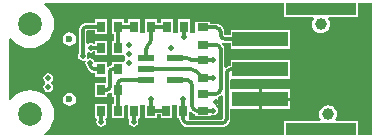
<source format=gtl>
G04*
G04 #@! TF.GenerationSoftware,Altium Limited,Altium Designer,18.1.7 (191)*
G04*
G04 Layer_Physical_Order=1*
G04 Layer_Color=255*
%FSLAX24Y24*%
%MOIN*%
G70*
G01*
G75*
%ADD10C,0.0100*%
%ADD22C,0.0236*%
%ADD23C,0.0394*%
%ADD25C,0.0120*%
%ADD26R,0.0374X0.0276*%
%ADD27R,0.0276X0.0374*%
%ADD28R,0.0354X0.0264*%
%ADD29R,0.0264X0.0354*%
%ADD30R,0.0580X0.0220*%
%ADD31R,0.2362X0.0433*%
%ADD32R,0.1850X0.0512*%
%ADD33C,0.0787*%
%ADD34C,0.0200*%
G36*
X22300Y10700D02*
X21836D01*
Y11177D01*
X21097D01*
X21073Y11227D01*
X21091Y11250D01*
X21121Y11323D01*
X21131Y11400D01*
X21121Y11477D01*
X21091Y11550D01*
X21043Y11612D01*
X20981Y11659D01*
X20909Y11689D01*
X20831Y11699D01*
X20754Y11689D01*
X20682Y11659D01*
X20620Y11612D01*
X20572Y11550D01*
X20542Y11477D01*
X20532Y11400D01*
X20542Y11323D01*
X20572Y11250D01*
X20590Y11227D01*
X20566Y11177D01*
X19354D01*
Y10700D01*
X11387D01*
X11369Y10750D01*
X11468Y10832D01*
X11568Y10953D01*
X11643Y11092D01*
X11688Y11243D01*
X11704Y11400D01*
X11688Y11557D01*
X11643Y11708D01*
X11568Y11847D01*
X11468Y11968D01*
X11347Y12068D01*
X11208Y12143D01*
X11057Y12188D01*
X10900Y12204D01*
X10743Y12188D01*
X10592Y12143D01*
X10453Y12068D01*
X10332Y11968D01*
X10250Y11869D01*
X10200Y11887D01*
Y13913D01*
X10250Y13931D01*
X10332Y13832D01*
X10453Y13732D01*
X10592Y13657D01*
X10743Y13612D01*
X10900Y13596D01*
X11057Y13612D01*
X11208Y13657D01*
X11347Y13732D01*
X11468Y13832D01*
X11568Y13953D01*
X11643Y14092D01*
X11688Y14243D01*
X11704Y14400D01*
X11688Y14557D01*
X11643Y14708D01*
X11568Y14847D01*
X11468Y14968D01*
X11369Y15050D01*
X11387Y15100D01*
X19354D01*
Y14623D01*
X20330D01*
X20354Y14573D01*
X20336Y14550D01*
X20306Y14477D01*
X20296Y14400D01*
X20306Y14323D01*
X20336Y14250D01*
X20384Y14188D01*
X20446Y14141D01*
X20518Y14111D01*
X20595Y14101D01*
X20673Y14111D01*
X20745Y14141D01*
X20807Y14188D01*
X20855Y14250D01*
X20884Y14323D01*
X20895Y14400D01*
X20884Y14477D01*
X20855Y14550D01*
X20836Y14573D01*
X20861Y14623D01*
X21836D01*
Y15100D01*
X22300D01*
Y10700D01*
D02*
G37*
%LPC*%
G36*
X15138Y14567D02*
X14743D01*
Y14100D01*
X14557D01*
Y14567D01*
X14162D01*
Y14442D01*
X14022D01*
Y14557D01*
X13639D01*
Y14082D01*
X13708D01*
Y13851D01*
X13639D01*
Y13376D01*
X13994D01*
X14022Y13376D01*
X14049Y13338D01*
X14050Y13336D01*
Y13192D01*
X14038Y13147D01*
X13643D01*
Y13023D01*
X13564Y13007D01*
X13507Y12969D01*
X13457Y12991D01*
Y13147D01*
X13062D01*
X13035Y13186D01*
X13015Y13215D01*
X12962Y13251D01*
X12900Y13263D01*
X12838Y13251D01*
X12835Y13249D01*
X12799Y13285D01*
X12801Y13288D01*
X12813Y13350D01*
X12801Y13412D01*
X12800Y13413D01*
X12805Y13434D01*
X12851Y13463D01*
X12914Y13450D01*
X12976Y13463D01*
X13018Y13491D01*
X13078D01*
Y13376D01*
X13461D01*
Y13851D01*
X13078D01*
Y13736D01*
X13018D01*
X12976Y13764D01*
X12914Y13777D01*
X12851Y13764D01*
X12822Y13745D01*
X12772Y13772D01*
Y14169D01*
X12773D01*
X12781Y14189D01*
X12800Y14197D01*
Y14197D01*
X13078D01*
Y14082D01*
X13461D01*
Y14557D01*
X13078D01*
Y14442D01*
X12800D01*
X12800Y14442D01*
X12730Y14433D01*
X12664Y14405D01*
X12607Y14362D01*
X12564Y14306D01*
X12537Y14240D01*
X12528Y14170D01*
X12528Y14169D01*
Y13455D01*
X12499Y13412D01*
X12487Y13350D01*
X12499Y13288D01*
X12535Y13235D01*
X12588Y13199D01*
X12650Y13187D01*
X12712Y13199D01*
X12715Y13201D01*
X12751Y13165D01*
X12749Y13162D01*
X12737Y13100D01*
X12749Y13038D01*
X12785Y12985D01*
X12786Y12983D01*
X12787Y12980D01*
X12814Y12914D01*
X12857Y12857D01*
X12914Y12814D01*
X12980Y12787D01*
X13050Y12778D01*
X13050Y12778D01*
X13062D01*
Y12653D01*
X13428D01*
Y12441D01*
X13078D01*
Y11967D01*
X13461D01*
Y12082D01*
X13536Y12097D01*
X13589Y12132D01*
X13639Y12107D01*
Y11967D01*
X13708D01*
Y11751D01*
X13639D01*
Y11276D01*
X14022D01*
Y11661D01*
X14050Y11700D01*
X14162D01*
Y11272D01*
X14179D01*
X14206Y11222D01*
X14199Y11212D01*
X14187Y11150D01*
X14199Y11088D01*
X14235Y11035D01*
X14288Y10999D01*
X14350Y10987D01*
X14412Y10999D01*
X14465Y11035D01*
X14501Y11088D01*
X14513Y11150D01*
X14501Y11212D01*
X14494Y11222D01*
X14521Y11272D01*
X14557D01*
Y11700D01*
X14743D01*
Y11272D01*
X15138D01*
Y11397D01*
X15248D01*
Y11273D01*
X15631D01*
Y11700D01*
X15809D01*
Y11273D01*
X15878D01*
Y11250D01*
X15878Y11250D01*
X15887Y11180D01*
X15915Y11114D01*
X15958Y11057D01*
X16014Y11014D01*
X16080Y10987D01*
X16150Y10978D01*
X16151Y10978D01*
X17300D01*
X17300Y10978D01*
X17370Y10987D01*
X17436Y11014D01*
X17493Y11057D01*
X17536Y11114D01*
X17563Y11180D01*
X17572Y11250D01*
X17572Y11250D01*
Y11524D01*
X17573Y11574D01*
X17622Y11574D01*
X18518D01*
Y11900D01*
Y12226D01*
X17622D01*
X17573Y12226D01*
X17572Y12276D01*
Y12538D01*
X17583Y12584D01*
X19553D01*
Y13216D01*
X17583D01*
Y13020D01*
X17530Y13013D01*
X17464Y12986D01*
X17422Y12954D01*
X17372Y12974D01*
Y13560D01*
X17372Y13560D01*
X17363Y13630D01*
X17336Y13696D01*
X17293Y13752D01*
X17291Y13753D01*
X17316Y13797D01*
X17330Y13792D01*
X17400Y13782D01*
X17400Y13782D01*
X17583D01*
Y13584D01*
X19553D01*
Y14216D01*
X17583D01*
Y14027D01*
X17400D01*
Y14028D01*
X17381Y14036D01*
X17373Y14055D01*
X17372D01*
Y14140D01*
X17372Y14141D01*
X17363Y14211D01*
X17336Y14277D01*
X17293Y14333D01*
X17236Y14376D01*
X17170Y14403D01*
X17100Y14413D01*
X17100Y14413D01*
X16897D01*
Y14488D01*
X16403D01*
Y14100D01*
X16222D01*
Y14557D01*
X15839D01*
Y14100D01*
X15661D01*
Y14557D01*
X15278D01*
Y14442D01*
X15138D01*
Y14567D01*
D02*
G37*
G36*
X12209Y14126D02*
X12124Y14109D01*
X12052Y14061D01*
X12004Y13989D01*
X11987Y13904D01*
X12004Y13819D01*
X12052Y13747D01*
X12124Y13698D01*
X12209Y13682D01*
X12295Y13698D01*
X12367Y13747D01*
X12415Y13819D01*
X12432Y13904D01*
X12415Y13989D01*
X12367Y14061D01*
X12295Y14109D01*
X12209Y14126D01*
D02*
G37*
G36*
X11500Y12763D02*
X11438Y12751D01*
X11385Y12715D01*
X11349Y12662D01*
X11337Y12600D01*
X11349Y12538D01*
X11385Y12485D01*
X11399Y12475D01*
Y12425D01*
X11385Y12415D01*
X11349Y12362D01*
X11337Y12300D01*
X11349Y12238D01*
X11385Y12185D01*
X11438Y12149D01*
X11500Y12137D01*
X11562Y12149D01*
X11615Y12185D01*
X11651Y12238D01*
X11663Y12300D01*
X11651Y12362D01*
X11615Y12415D01*
X11601Y12425D01*
Y12475D01*
X11615Y12485D01*
X11651Y12538D01*
X11663Y12600D01*
X11651Y12662D01*
X11615Y12715D01*
X11562Y12751D01*
X11500Y12763D01*
D02*
G37*
G36*
X18618Y12226D02*
Y11950D01*
X19563D01*
Y12226D01*
X18618D01*
D02*
G37*
G36*
X12209Y12118D02*
X12124Y12102D01*
X12052Y12053D01*
X12004Y11981D01*
X11987Y11896D01*
X12004Y11811D01*
X12052Y11739D01*
X12124Y11691D01*
X12209Y11674D01*
X12295Y11691D01*
X12367Y11739D01*
X12415Y11811D01*
X12432Y11896D01*
X12415Y11981D01*
X12367Y12053D01*
X12295Y12102D01*
X12209Y12118D01*
D02*
G37*
G36*
X19563Y11850D02*
X18618D01*
Y11574D01*
X19563D01*
Y11850D01*
D02*
G37*
G36*
X13461Y11751D02*
X13078D01*
Y11276D01*
X13101D01*
X13128Y11226D01*
X13119Y11212D01*
X13106Y11150D01*
X13119Y11088D01*
X13154Y11035D01*
X13207Y10999D01*
X13269Y10987D01*
X13332Y10999D01*
X13385Y11035D01*
X13420Y11088D01*
X13433Y11150D01*
X13420Y11212D01*
X13411Y11226D01*
X13438Y11276D01*
X13461D01*
Y11751D01*
D02*
G37*
%LPD*%
G36*
X17328Y12006D02*
Y11250D01*
X17327D01*
X17319Y11231D01*
X17300Y11223D01*
Y11222D01*
X16202D01*
X16199Y11225D01*
X16192Y11273D01*
X16192Y11273D01*
Y11480D01*
X16242Y11497D01*
X16257Y11477D01*
X16314Y11434D01*
X16380Y11406D01*
X16413Y11402D01*
Y11328D01*
X16887D01*
Y11342D01*
X16937Y11369D01*
X16938Y11369D01*
X17000Y11356D01*
X17062Y11369D01*
X17115Y11404D01*
X17151Y11457D01*
X17163Y11519D01*
X17151Y11582D01*
X17115Y11635D01*
X17093Y11650D01*
X17108Y11700D01*
X17150D01*
Y11965D01*
X17170Y11967D01*
X17236Y11995D01*
X17278Y12026D01*
X17328Y12006D01*
D02*
G37*
D10*
X14360Y11519D02*
G03*
X14350Y11510I0J-10D01*
G01*
D22*
X12209Y13904D02*
D03*
Y11896D02*
D03*
D23*
X20595Y14400D02*
D03*
X20831Y11400D02*
D03*
D25*
X17600Y12900D02*
G03*
X17450Y12750I0J-150D01*
G01*
X17300Y11100D02*
G03*
X17450Y11250I0J150D01*
G01*
X16001D02*
G03*
X16151Y11100I150J0D01*
G01*
X12800Y14319D02*
G03*
X12650Y14169I0J-150D01*
G01*
X12900Y13050D02*
G03*
X13050Y12900I150J0D01*
G01*
X16300Y11669D02*
G03*
X16450Y11519I150J0D01*
G01*
X16300Y12376D02*
G03*
X16150Y12526I-150J0D01*
G01*
X13931D02*
G03*
X13831Y12426I0J-100D01*
G01*
X13650Y12900D02*
G03*
X13550Y12800I0J-100D01*
G01*
X13450Y12204D02*
G03*
X13550Y12304I0J100D01*
G01*
X14882Y13765D02*
G03*
X14940Y13907I-141J141D01*
G01*
X14839Y13722D02*
G03*
X14780Y13581I141J-141D01*
G01*
X17100Y12081D02*
G03*
X17250Y12231I0J150D01*
G01*
Y13560D02*
G03*
X17100Y13710I-150J0D01*
G01*
X17250Y14140D02*
G03*
X17100Y14290I-150J0D01*
G01*
X17250Y14055D02*
G03*
X17400Y13905I150J0D01*
G01*
X16216Y13234D02*
G03*
X16322Y13190I106J106D01*
G01*
X16216Y13234D02*
G03*
X16120Y13274I-96J-96D01*
G01*
X16427Y12833D02*
G03*
X16264Y12900I-163J-163D01*
G01*
X17600D02*
X18568D01*
X17450Y11250D02*
Y12750D01*
X16151Y11100D02*
X17300D01*
X16001Y11250D02*
Y11510D01*
X12650Y13350D02*
Y14169D01*
X12914Y13614D02*
X13269D01*
Y11150D02*
Y11514D01*
X14350Y11150D02*
Y11510D01*
X12800Y14319D02*
X13269D01*
X12900Y13050D02*
Y13100D01*
X13050Y12900D02*
X13260D01*
X16450Y11519D02*
X16650D01*
X14940Y11519D02*
Y11890D01*
X16001Y11510D02*
Y11900D01*
X16031Y13969D02*
Y14319D01*
X18563Y13905D02*
X18568Y13900D01*
X14940Y11519D02*
X15430D01*
X15439Y11510D01*
X16300Y11669D02*
Y12376D01*
X15820Y12526D02*
X16150D01*
X13931D02*
X14880D01*
X13831Y11514D02*
Y12204D01*
Y12426D01*
X16650Y12610D02*
X17000D01*
X13650Y12900D02*
X13840D01*
X13550Y12304D02*
Y12800D01*
X13269Y12204D02*
X13450D01*
X13831Y13614D02*
Y14319D01*
Y14319D01*
X14360D01*
X14940D02*
X15469D01*
X14940Y13907D02*
Y14319D01*
X14839Y13722D02*
X14882Y13765D01*
X14780Y13274D02*
Y13581D01*
X16650Y12081D02*
X17100D01*
X17250Y12231D02*
Y13560D01*
X16650Y13710D02*
X17100D01*
X16650Y14290D02*
X17100D01*
X17250Y14055D02*
Y14140D01*
X17400Y13905D02*
X18563D01*
X16650Y13190D02*
X17000D01*
X16322D02*
X16650D01*
X15720Y13274D02*
X16120D01*
X16427Y12833D02*
X16650Y12610D01*
X14780Y12900D02*
X16264D01*
X16650Y11519D02*
X17000D01*
D26*
X16650Y14290D02*
D03*
Y13710D02*
D03*
Y12610D02*
D03*
Y13190D02*
D03*
D27*
X13260Y12900D02*
D03*
X13840D02*
D03*
X14940Y14319D02*
D03*
X14360D02*
D03*
X14360Y11519D02*
D03*
X14940D02*
D03*
D28*
X16650Y12081D02*
D03*
Y11519D02*
D03*
D29*
X16031Y14319D02*
D03*
X15469D02*
D03*
X13269Y12204D02*
D03*
X13831D02*
D03*
Y11514D02*
D03*
X13269D02*
D03*
Y13614D02*
D03*
X13831D02*
D03*
X13269Y14319D02*
D03*
X13831D02*
D03*
X16001Y11510D02*
D03*
X15439D02*
D03*
D30*
X14780Y13274D02*
D03*
Y12900D02*
D03*
Y12526D02*
D03*
X15720D02*
D03*
Y13274D02*
D03*
D31*
X20595Y10900D02*
D03*
Y14900D02*
D03*
D32*
X18568Y11900D02*
D03*
Y13900D02*
D03*
Y12900D02*
D03*
D33*
X10900Y11400D02*
D03*
Y14400D02*
D03*
D34*
X21900Y14200D02*
D03*
X21600Y13600D02*
D03*
X21900Y13000D02*
D03*
X21600Y12400D02*
D03*
X21900Y11800D02*
D03*
X21300Y14200D02*
D03*
X21000Y13600D02*
D03*
X21300Y13000D02*
D03*
X21000Y12400D02*
D03*
X21300Y11800D02*
D03*
X20400Y13600D02*
D03*
X20700Y13000D02*
D03*
X20400Y12400D02*
D03*
X20700Y11800D02*
D03*
X20100Y14200D02*
D03*
X19800Y13600D02*
D03*
X20100Y13000D02*
D03*
X19800Y12400D02*
D03*
X20100Y11800D02*
D03*
X19200Y14800D02*
D03*
Y12400D02*
D03*
Y11200D02*
D03*
X18600Y14800D02*
D03*
Y12400D02*
D03*
Y11200D02*
D03*
X18000Y14800D02*
D03*
Y12400D02*
D03*
Y11200D02*
D03*
X17400Y14800D02*
D03*
X16800D02*
D03*
X17100Y11800D02*
D03*
X16200Y14800D02*
D03*
X15600D02*
D03*
Y13600D02*
D03*
X15000Y14800D02*
D03*
X14400D02*
D03*
X13800D02*
D03*
X13200D02*
D03*
X12600D02*
D03*
Y11200D02*
D03*
X12000Y14800D02*
D03*
Y11200D02*
D03*
X11400Y13600D02*
D03*
X11100Y13000D02*
D03*
X10800Y12400D02*
D03*
X12650Y13350D02*
D03*
X12914Y13614D02*
D03*
X13269Y11150D02*
D03*
X14350D02*
D03*
X11500Y12300D02*
D03*
Y12600D02*
D03*
X14200Y13097D02*
D03*
Y13400D02*
D03*
Y13700D02*
D03*
X12900Y13100D02*
D03*
X16031Y13969D02*
D03*
X14940Y11890D02*
D03*
X16001Y11900D02*
D03*
X17000Y12610D02*
D03*
Y13190D02*
D03*
Y11519D02*
D03*
M02*

</source>
